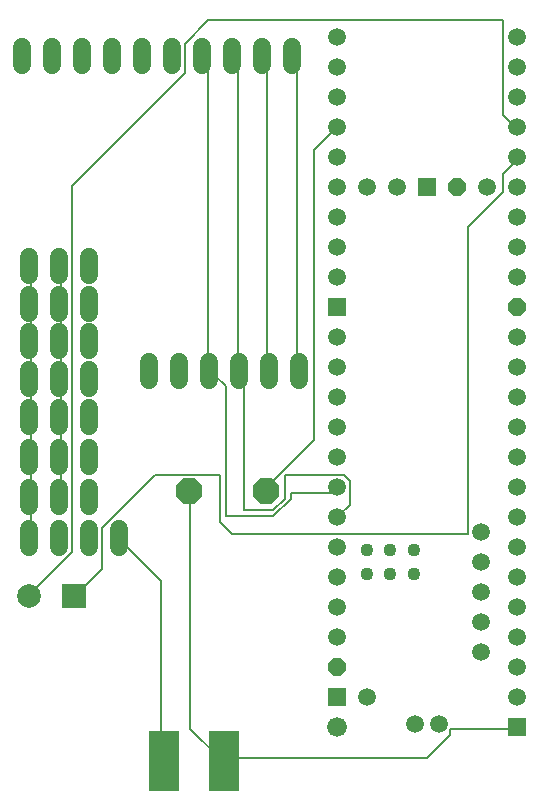
<source format=gbr>
G04 EAGLE Gerber RS-274X export*
G75*
%MOMM*%
%FSLAX34Y34*%
%LPD*%
%INTop Copper*%
%IPPOS*%
%AMOC8*
5,1,8,0,0,1.08239X$1,22.5*%
G01*
G04 Define Apertures*
%ADD10R,1.508000X1.508000*%
%ADD11C,1.676400*%
%ADD12P,1.632244X8X202.500000*%
%ADD13C,1.508000*%
%ADD14C,1.108000*%
%ADD15R,2.540000X5.080000*%
%ADD16P,2.336880X8X22.500000*%
%ADD17C,1.524000*%
%ADD18C,2.000000*%
%ADD19R,2.000000X2.000000*%
%ADD20C,0.152400*%
D10*
X451367Y66517D03*
X375167Y523717D03*
X298967Y91917D03*
D11*
X298967Y66517D03*
D12*
X298967Y117317D03*
X400567Y523717D03*
D13*
X425967Y523717D03*
X349767Y523717D03*
X324367Y523717D03*
X298967Y396717D03*
X451367Y396717D03*
X451367Y91917D03*
X451367Y117317D03*
X451367Y142717D03*
X451367Y168117D03*
X451367Y193517D03*
X451367Y218917D03*
X451367Y244317D03*
X451367Y269717D03*
X451367Y295117D03*
X451367Y320517D03*
X451367Y345917D03*
X451367Y371317D03*
X324367Y91917D03*
X298967Y371317D03*
X298967Y345917D03*
X298967Y320517D03*
X298967Y295117D03*
X298967Y269717D03*
X298967Y244317D03*
X298967Y218917D03*
X298967Y193517D03*
X298967Y168117D03*
X298967Y142717D03*
D12*
X451367Y422117D03*
D13*
X451367Y472917D03*
X451367Y498317D03*
X451367Y523717D03*
X451367Y549117D03*
X451367Y574517D03*
X451367Y599917D03*
X451367Y625317D03*
X451367Y650717D03*
X298967Y447517D03*
X298967Y472917D03*
X298967Y498317D03*
X298967Y523717D03*
X298967Y549117D03*
X298967Y574517D03*
X298967Y599917D03*
X298967Y625317D03*
X298967Y650717D03*
X421367Y130017D03*
X421367Y155417D03*
X421367Y180817D03*
X421367Y206217D03*
X421367Y231617D03*
X451367Y447517D03*
D10*
X298967Y422117D03*
D13*
X365167Y68817D03*
X385167Y68817D03*
D14*
X324367Y196217D03*
X344367Y196217D03*
X364367Y196217D03*
X324367Y216217D03*
X344367Y216217D03*
X364367Y216217D03*
D15*
X203200Y38100D03*
X152400Y38100D03*
D16*
X174117Y266700D03*
X239141Y266700D03*
D17*
X38100Y449580D02*
X38100Y464820D01*
X63500Y464820D02*
X63500Y449580D01*
X88900Y449580D02*
X88900Y464820D01*
X38100Y432816D02*
X38100Y417576D01*
X63500Y417576D02*
X63500Y432816D01*
X88900Y432816D02*
X88900Y417576D01*
X38100Y400812D02*
X38100Y385572D01*
X63500Y385572D02*
X63500Y400812D01*
X88900Y400812D02*
X88900Y385572D01*
X38100Y368808D02*
X38100Y353568D01*
X63500Y353568D02*
X63500Y368808D01*
X88900Y368808D02*
X88900Y353568D01*
X38100Y336804D02*
X38100Y321564D01*
X63500Y321564D02*
X63500Y336804D01*
X88900Y336804D02*
X88900Y321564D01*
X38100Y302768D02*
X38100Y287528D01*
X63500Y287528D02*
X63500Y302768D01*
X88900Y302768D02*
X88900Y287528D01*
X38100Y268732D02*
X38100Y253492D01*
X63500Y253492D02*
X63500Y268732D01*
X88900Y268732D02*
X88900Y253492D01*
X260858Y627380D02*
X260858Y642620D01*
X235458Y642620D02*
X235458Y627380D01*
X210058Y627380D02*
X210058Y642620D01*
X184658Y642620D02*
X184658Y627380D01*
X159258Y627380D02*
X159258Y642620D01*
X133858Y642620D02*
X133858Y627380D01*
X108458Y627380D02*
X108458Y642620D01*
X83058Y642620D02*
X83058Y627380D01*
X57658Y627380D02*
X57658Y642620D01*
X32258Y642620D02*
X32258Y627380D01*
X266700Y375920D02*
X266700Y360680D01*
X241300Y360680D02*
X241300Y375920D01*
X215900Y375920D02*
X215900Y360680D01*
X190500Y360680D02*
X190500Y375920D01*
X165100Y375920D02*
X165100Y360680D01*
X139700Y360680D02*
X139700Y375920D01*
D18*
X38100Y177800D03*
D19*
X76200Y177800D03*
D17*
X114300Y219456D02*
X114300Y234696D01*
X88900Y234696D02*
X88900Y219456D01*
X63500Y219456D02*
X63500Y234696D01*
X38100Y234696D02*
X38100Y219456D01*
D20*
X65000Y430000D02*
X65000Y455000D01*
X65000Y430000D02*
X63500Y425196D01*
X65000Y455000D02*
X63500Y457200D01*
X65000Y390000D02*
X65000Y365000D01*
X63500Y361188D01*
X65000Y390000D02*
X63500Y393192D01*
X65000Y295000D02*
X65000Y265000D01*
X63500Y261112D01*
X65000Y295000D02*
X63500Y295148D01*
X65000Y300000D02*
X65000Y325000D01*
X63500Y329184D01*
X65000Y300000D02*
X63500Y295148D01*
X65000Y330000D02*
X65000Y360000D01*
X63500Y361188D01*
X65000Y330000D02*
X63500Y329184D01*
X65000Y395000D02*
X65000Y425000D01*
X63500Y425196D01*
X65000Y395000D02*
X63500Y393192D01*
X115000Y225000D02*
X150000Y190000D01*
X150000Y40000D01*
X115000Y225000D02*
X114300Y227076D01*
X150000Y40000D02*
X152400Y38100D01*
X240000Y370000D02*
X240000Y635000D01*
X235458Y635000D01*
X240000Y370000D02*
X241300Y368300D01*
X395000Y65000D02*
X450000Y65000D01*
X395000Y65000D02*
X395000Y60000D01*
X375000Y40000D01*
X205000Y40000D01*
X450000Y65000D02*
X451367Y66517D01*
X205000Y40000D02*
X203200Y38100D01*
X40000Y230000D02*
X40000Y260000D01*
X40000Y230000D02*
X38100Y227076D01*
X40000Y260000D02*
X38100Y261112D01*
X40000Y430000D02*
X40000Y455000D01*
X40000Y430000D02*
X38100Y425196D01*
X40000Y455000D02*
X38100Y457200D01*
X40000Y390000D02*
X40000Y365000D01*
X38100Y361188D01*
X40000Y390000D02*
X38100Y393192D01*
X40000Y325000D02*
X40000Y300000D01*
X38100Y295148D01*
X40000Y325000D02*
X38100Y329184D01*
X40000Y330000D02*
X40000Y360000D01*
X38100Y361188D01*
X40000Y330000D02*
X38100Y329184D01*
X40000Y395000D02*
X40000Y425000D01*
X38100Y425196D01*
X40000Y395000D02*
X38100Y393192D01*
X40000Y295000D02*
X40000Y265000D01*
X38100Y261112D01*
X40000Y295000D02*
X38100Y295148D01*
X175000Y65000D02*
X200000Y40000D01*
X175000Y65000D02*
X175000Y265000D01*
X200000Y40000D02*
X203200Y38100D01*
X175000Y265000D02*
X174117Y266700D01*
X265000Y370000D02*
X265000Y635000D01*
X260858Y635000D01*
X265000Y370000D02*
X266700Y368300D01*
X280000Y555000D02*
X295000Y570000D01*
X280000Y555000D02*
X280000Y310000D01*
X240000Y270000D01*
X295000Y570000D02*
X298967Y574517D01*
X240000Y270000D02*
X239141Y266700D01*
X300000Y245000D02*
X310000Y255000D01*
X310000Y275000D01*
X305000Y280000D01*
X255000Y280000D01*
X255000Y260000D01*
X245000Y250000D01*
X220000Y250000D01*
X220000Y365000D01*
X300000Y245000D02*
X298967Y244317D01*
X220000Y365000D02*
X215900Y368300D01*
X215000Y370000D02*
X215000Y635000D01*
X210058Y635000D01*
X215000Y370000D02*
X215900Y368300D01*
X260000Y265000D02*
X295000Y265000D01*
X260000Y265000D02*
X260000Y260000D01*
X245000Y245000D01*
X205000Y245000D01*
X205000Y355000D01*
X195000Y365000D01*
X298967Y269717D02*
X295000Y265000D01*
X195000Y365000D02*
X190500Y368300D01*
X190000Y630000D02*
X185000Y635000D01*
X190000Y630000D02*
X190000Y370000D01*
X185000Y635000D02*
X184658Y635000D01*
X190000Y370000D02*
X190500Y368300D01*
X75000Y215000D02*
X40000Y180000D01*
X75000Y215000D02*
X75000Y525000D01*
X170000Y620000D01*
X170000Y645000D01*
X190000Y665000D01*
X440000Y665000D01*
X440000Y585000D01*
X450000Y575000D01*
X40000Y180000D02*
X38100Y177800D01*
X450000Y575000D02*
X451367Y574517D01*
X100000Y200000D02*
X80000Y180000D01*
X100000Y200000D02*
X100000Y235000D01*
X145000Y280000D01*
X200000Y280000D01*
X200000Y240000D01*
X210000Y230000D01*
X410000Y230000D01*
X410000Y490000D01*
X440000Y520000D01*
X440000Y535000D01*
X450000Y545000D01*
X80000Y180000D02*
X76200Y177800D01*
X450000Y545000D02*
X451367Y549117D01*
M02*

</source>
